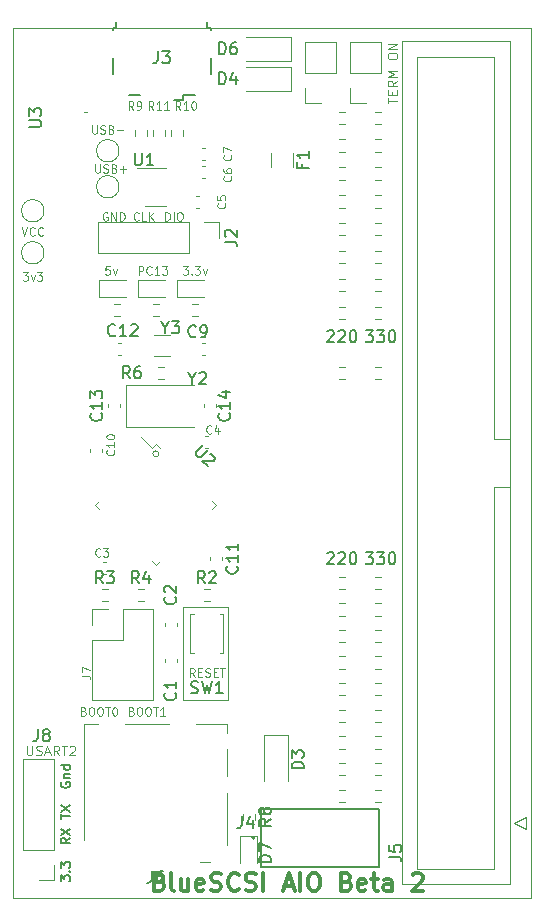
<source format=gbr>
%TF.GenerationSoftware,KiCad,Pcbnew,(5.1.9-16-g1737927814)-1*%
%TF.CreationDate,2021-05-19T17:32:56-05:00*%
%TF.ProjectId,bluepill_scsi,626c7565-7069-46c6-9c5f-736373692e6b,rev?*%
%TF.SameCoordinates,Original*%
%TF.FileFunction,Legend,Top*%
%TF.FilePolarity,Positive*%
%FSLAX46Y46*%
G04 Gerber Fmt 4.6, Leading zero omitted, Abs format (unit mm)*
G04 Created by KiCad (PCBNEW (5.1.9-16-g1737927814)-1) date 2021-05-19 17:32:56*
%MOMM*%
%LPD*%
G01*
G04 APERTURE LIST*
%ADD10C,0.120000*%
%ADD11C,0.100000*%
%ADD12C,0.150000*%
%TA.AperFunction,Profile*%
%ADD13C,0.050000*%
%TD*%
%ADD14C,0.300000*%
%ADD15C,0.127000*%
%ADD16C,0.200000*%
G04 APERTURE END LIST*
D10*
X83439000Y-111633000D02*
G75*
G03*
X83439000Y-111633000I-254000J0D01*
G01*
D11*
X77804333Y-83817666D02*
X77804333Y-84384333D01*
X77837666Y-84451000D01*
X77871000Y-84484333D01*
X77937666Y-84517666D01*
X78071000Y-84517666D01*
X78137666Y-84484333D01*
X78171000Y-84451000D01*
X78204333Y-84384333D01*
X78204333Y-83817666D01*
X78504333Y-84484333D02*
X78604333Y-84517666D01*
X78771000Y-84517666D01*
X78837666Y-84484333D01*
X78871000Y-84451000D01*
X78904333Y-84384333D01*
X78904333Y-84317666D01*
X78871000Y-84251000D01*
X78837666Y-84217666D01*
X78771000Y-84184333D01*
X78637666Y-84151000D01*
X78571000Y-84117666D01*
X78537666Y-84084333D01*
X78504333Y-84017666D01*
X78504333Y-83951000D01*
X78537666Y-83884333D01*
X78571000Y-83851000D01*
X78637666Y-83817666D01*
X78804333Y-83817666D01*
X78904333Y-83851000D01*
X79437666Y-84151000D02*
X79537666Y-84184333D01*
X79571000Y-84217666D01*
X79604333Y-84284333D01*
X79604333Y-84384333D01*
X79571000Y-84451000D01*
X79537666Y-84484333D01*
X79471000Y-84517666D01*
X79204333Y-84517666D01*
X79204333Y-83817666D01*
X79437666Y-83817666D01*
X79504333Y-83851000D01*
X79537666Y-83884333D01*
X79571000Y-83951000D01*
X79571000Y-84017666D01*
X79537666Y-84084333D01*
X79504333Y-84117666D01*
X79437666Y-84151000D01*
X79204333Y-84151000D01*
X79904333Y-84251000D02*
X80437666Y-84251000D01*
X78058333Y-87119666D02*
X78058333Y-87686333D01*
X78091666Y-87753000D01*
X78125000Y-87786333D01*
X78191666Y-87819666D01*
X78325000Y-87819666D01*
X78391666Y-87786333D01*
X78425000Y-87753000D01*
X78458333Y-87686333D01*
X78458333Y-87119666D01*
X78758333Y-87786333D02*
X78858333Y-87819666D01*
X79025000Y-87819666D01*
X79091666Y-87786333D01*
X79125000Y-87753000D01*
X79158333Y-87686333D01*
X79158333Y-87619666D01*
X79125000Y-87553000D01*
X79091666Y-87519666D01*
X79025000Y-87486333D01*
X78891666Y-87453000D01*
X78825000Y-87419666D01*
X78791666Y-87386333D01*
X78758333Y-87319666D01*
X78758333Y-87253000D01*
X78791666Y-87186333D01*
X78825000Y-87153000D01*
X78891666Y-87119666D01*
X79058333Y-87119666D01*
X79158333Y-87153000D01*
X79691666Y-87453000D02*
X79791666Y-87486333D01*
X79825000Y-87519666D01*
X79858333Y-87586333D01*
X79858333Y-87686333D01*
X79825000Y-87753000D01*
X79791666Y-87786333D01*
X79725000Y-87819666D01*
X79458333Y-87819666D01*
X79458333Y-87119666D01*
X79691666Y-87119666D01*
X79758333Y-87153000D01*
X79791666Y-87186333D01*
X79825000Y-87253000D01*
X79825000Y-87319666D01*
X79791666Y-87386333D01*
X79758333Y-87419666D01*
X79691666Y-87453000D01*
X79458333Y-87453000D01*
X80158333Y-87553000D02*
X80691666Y-87553000D01*
X80425000Y-87819666D02*
X80425000Y-87286333D01*
X71837666Y-92453666D02*
X72071000Y-93153666D01*
X72304333Y-92453666D01*
X72937666Y-93087000D02*
X72904333Y-93120333D01*
X72804333Y-93153666D01*
X72737666Y-93153666D01*
X72637666Y-93120333D01*
X72571000Y-93053666D01*
X72537666Y-92987000D01*
X72504333Y-92853666D01*
X72504333Y-92753666D01*
X72537666Y-92620333D01*
X72571000Y-92553666D01*
X72637666Y-92487000D01*
X72737666Y-92453666D01*
X72804333Y-92453666D01*
X72904333Y-92487000D01*
X72937666Y-92520333D01*
X73637666Y-93087000D02*
X73604333Y-93120333D01*
X73504333Y-93153666D01*
X73437666Y-93153666D01*
X73337666Y-93120333D01*
X73271000Y-93053666D01*
X73237666Y-92987000D01*
X73204333Y-92853666D01*
X73204333Y-92753666D01*
X73237666Y-92620333D01*
X73271000Y-92553666D01*
X73337666Y-92487000D01*
X73437666Y-92453666D01*
X73504333Y-92453666D01*
X73604333Y-92487000D01*
X73637666Y-92520333D01*
X71937666Y-96263666D02*
X72371000Y-96263666D01*
X72137666Y-96530333D01*
X72237666Y-96530333D01*
X72304333Y-96563666D01*
X72337666Y-96597000D01*
X72371000Y-96663666D01*
X72371000Y-96830333D01*
X72337666Y-96897000D01*
X72304333Y-96930333D01*
X72237666Y-96963666D01*
X72037666Y-96963666D01*
X71971000Y-96930333D01*
X71937666Y-96897000D01*
X72604333Y-96497000D02*
X72771000Y-96963666D01*
X72937666Y-96497000D01*
X73137666Y-96263666D02*
X73571000Y-96263666D01*
X73337666Y-96530333D01*
X73437666Y-96530333D01*
X73504333Y-96563666D01*
X73537666Y-96597000D01*
X73571000Y-96663666D01*
X73571000Y-96830333D01*
X73537666Y-96897000D01*
X73504333Y-96930333D01*
X73437666Y-96963666D01*
X73237666Y-96963666D01*
X73171000Y-96930333D01*
X73137666Y-96897000D01*
X77075666Y-133427000D02*
X77175666Y-133460333D01*
X77209000Y-133493666D01*
X77242333Y-133560333D01*
X77242333Y-133660333D01*
X77209000Y-133727000D01*
X77175666Y-133760333D01*
X77109000Y-133793666D01*
X76842333Y-133793666D01*
X76842333Y-133093666D01*
X77075666Y-133093666D01*
X77142333Y-133127000D01*
X77175666Y-133160333D01*
X77209000Y-133227000D01*
X77209000Y-133293666D01*
X77175666Y-133360333D01*
X77142333Y-133393666D01*
X77075666Y-133427000D01*
X76842333Y-133427000D01*
X77675666Y-133093666D02*
X77809000Y-133093666D01*
X77875666Y-133127000D01*
X77942333Y-133193666D01*
X77975666Y-133327000D01*
X77975666Y-133560333D01*
X77942333Y-133693666D01*
X77875666Y-133760333D01*
X77809000Y-133793666D01*
X77675666Y-133793666D01*
X77609000Y-133760333D01*
X77542333Y-133693666D01*
X77509000Y-133560333D01*
X77509000Y-133327000D01*
X77542333Y-133193666D01*
X77609000Y-133127000D01*
X77675666Y-133093666D01*
X78409000Y-133093666D02*
X78542333Y-133093666D01*
X78609000Y-133127000D01*
X78675666Y-133193666D01*
X78709000Y-133327000D01*
X78709000Y-133560333D01*
X78675666Y-133693666D01*
X78609000Y-133760333D01*
X78542333Y-133793666D01*
X78409000Y-133793666D01*
X78342333Y-133760333D01*
X78275666Y-133693666D01*
X78242333Y-133560333D01*
X78242333Y-133327000D01*
X78275666Y-133193666D01*
X78342333Y-133127000D01*
X78409000Y-133093666D01*
X78909000Y-133093666D02*
X79309000Y-133093666D01*
X79109000Y-133793666D02*
X79109000Y-133093666D01*
X79675666Y-133093666D02*
X79742333Y-133093666D01*
X79809000Y-133127000D01*
X79842333Y-133160333D01*
X79875666Y-133227000D01*
X79909000Y-133360333D01*
X79909000Y-133527000D01*
X79875666Y-133660333D01*
X79842333Y-133727000D01*
X79809000Y-133760333D01*
X79742333Y-133793666D01*
X79675666Y-133793666D01*
X79609000Y-133760333D01*
X79575666Y-133727000D01*
X79542333Y-133660333D01*
X79509000Y-133527000D01*
X79509000Y-133360333D01*
X79542333Y-133227000D01*
X79575666Y-133160333D01*
X79609000Y-133127000D01*
X79675666Y-133093666D01*
X81139666Y-133427000D02*
X81239666Y-133460333D01*
X81273000Y-133493666D01*
X81306333Y-133560333D01*
X81306333Y-133660333D01*
X81273000Y-133727000D01*
X81239666Y-133760333D01*
X81173000Y-133793666D01*
X80906333Y-133793666D01*
X80906333Y-133093666D01*
X81139666Y-133093666D01*
X81206333Y-133127000D01*
X81239666Y-133160333D01*
X81273000Y-133227000D01*
X81273000Y-133293666D01*
X81239666Y-133360333D01*
X81206333Y-133393666D01*
X81139666Y-133427000D01*
X80906333Y-133427000D01*
X81739666Y-133093666D02*
X81873000Y-133093666D01*
X81939666Y-133127000D01*
X82006333Y-133193666D01*
X82039666Y-133327000D01*
X82039666Y-133560333D01*
X82006333Y-133693666D01*
X81939666Y-133760333D01*
X81873000Y-133793666D01*
X81739666Y-133793666D01*
X81673000Y-133760333D01*
X81606333Y-133693666D01*
X81573000Y-133560333D01*
X81573000Y-133327000D01*
X81606333Y-133193666D01*
X81673000Y-133127000D01*
X81739666Y-133093666D01*
X82473000Y-133093666D02*
X82606333Y-133093666D01*
X82673000Y-133127000D01*
X82739666Y-133193666D01*
X82773000Y-133327000D01*
X82773000Y-133560333D01*
X82739666Y-133693666D01*
X82673000Y-133760333D01*
X82606333Y-133793666D01*
X82473000Y-133793666D01*
X82406333Y-133760333D01*
X82339666Y-133693666D01*
X82306333Y-133560333D01*
X82306333Y-133327000D01*
X82339666Y-133193666D01*
X82406333Y-133127000D01*
X82473000Y-133093666D01*
X82973000Y-133093666D02*
X83373000Y-133093666D01*
X83173000Y-133793666D02*
X83173000Y-133093666D01*
X83973000Y-133793666D02*
X83573000Y-133793666D01*
X83773000Y-133793666D02*
X83773000Y-133093666D01*
X83706333Y-133193666D01*
X83639666Y-133260333D01*
X83573000Y-133293666D01*
D10*
X85471000Y-132461000D02*
X89281000Y-132461000D01*
X85471000Y-132461000D02*
X85471000Y-124587000D01*
X89281000Y-124587000D02*
X89281000Y-132461000D01*
X85471000Y-124587000D02*
X89281000Y-124587000D01*
D11*
X86486333Y-130491666D02*
X86253000Y-130158333D01*
X86086333Y-130491666D02*
X86086333Y-129791666D01*
X86353000Y-129791666D01*
X86419666Y-129825000D01*
X86453000Y-129858333D01*
X86486333Y-129925000D01*
X86486333Y-130025000D01*
X86453000Y-130091666D01*
X86419666Y-130125000D01*
X86353000Y-130158333D01*
X86086333Y-130158333D01*
X86786333Y-130125000D02*
X87019666Y-130125000D01*
X87119666Y-130491666D02*
X86786333Y-130491666D01*
X86786333Y-129791666D01*
X87119666Y-129791666D01*
X87386333Y-130458333D02*
X87486333Y-130491666D01*
X87653000Y-130491666D01*
X87719666Y-130458333D01*
X87753000Y-130425000D01*
X87786333Y-130358333D01*
X87786333Y-130291666D01*
X87753000Y-130225000D01*
X87719666Y-130191666D01*
X87653000Y-130158333D01*
X87519666Y-130125000D01*
X87453000Y-130091666D01*
X87419666Y-130058333D01*
X87386333Y-129991666D01*
X87386333Y-129925000D01*
X87419666Y-129858333D01*
X87453000Y-129825000D01*
X87519666Y-129791666D01*
X87686333Y-129791666D01*
X87786333Y-129825000D01*
X88086333Y-130125000D02*
X88319666Y-130125000D01*
X88419666Y-130491666D02*
X88086333Y-130491666D01*
X88086333Y-129791666D01*
X88419666Y-129791666D01*
X88619666Y-129791666D02*
X89019666Y-129791666D01*
X88819666Y-130491666D02*
X88819666Y-129791666D01*
X79095666Y-91217000D02*
X79029000Y-91183666D01*
X78929000Y-91183666D01*
X78829000Y-91217000D01*
X78762333Y-91283666D01*
X78729000Y-91350333D01*
X78695666Y-91483666D01*
X78695666Y-91583666D01*
X78729000Y-91717000D01*
X78762333Y-91783666D01*
X78829000Y-91850333D01*
X78929000Y-91883666D01*
X78995666Y-91883666D01*
X79095666Y-91850333D01*
X79129000Y-91817000D01*
X79129000Y-91583666D01*
X78995666Y-91583666D01*
X79429000Y-91883666D02*
X79429000Y-91183666D01*
X79829000Y-91883666D01*
X79829000Y-91183666D01*
X80162333Y-91883666D02*
X80162333Y-91183666D01*
X80329000Y-91183666D01*
X80429000Y-91217000D01*
X80495666Y-91283666D01*
X80529000Y-91350333D01*
X80562333Y-91483666D01*
X80562333Y-91583666D01*
X80529000Y-91717000D01*
X80495666Y-91783666D01*
X80429000Y-91850333D01*
X80329000Y-91883666D01*
X80162333Y-91883666D01*
X83992333Y-91883666D02*
X83992333Y-91183666D01*
X84159000Y-91183666D01*
X84259000Y-91217000D01*
X84325666Y-91283666D01*
X84359000Y-91350333D01*
X84392333Y-91483666D01*
X84392333Y-91583666D01*
X84359000Y-91717000D01*
X84325666Y-91783666D01*
X84259000Y-91850333D01*
X84159000Y-91883666D01*
X83992333Y-91883666D01*
X84692333Y-91883666D02*
X84692333Y-91183666D01*
X85159000Y-91183666D02*
X85292333Y-91183666D01*
X85359000Y-91217000D01*
X85425666Y-91283666D01*
X85459000Y-91417000D01*
X85459000Y-91650333D01*
X85425666Y-91783666D01*
X85359000Y-91850333D01*
X85292333Y-91883666D01*
X85159000Y-91883666D01*
X85092333Y-91850333D01*
X85025666Y-91783666D01*
X84992333Y-91650333D01*
X84992333Y-91417000D01*
X85025666Y-91283666D01*
X85092333Y-91217000D01*
X85159000Y-91183666D01*
X81752333Y-91817000D02*
X81719000Y-91850333D01*
X81619000Y-91883666D01*
X81552333Y-91883666D01*
X81452333Y-91850333D01*
X81385666Y-91783666D01*
X81352333Y-91717000D01*
X81319000Y-91583666D01*
X81319000Y-91483666D01*
X81352333Y-91350333D01*
X81385666Y-91283666D01*
X81452333Y-91217000D01*
X81552333Y-91183666D01*
X81619000Y-91183666D01*
X81719000Y-91217000D01*
X81752333Y-91250333D01*
X82385666Y-91883666D02*
X82052333Y-91883666D01*
X82052333Y-91183666D01*
X82619000Y-91883666D02*
X82619000Y-91183666D01*
X83019000Y-91883666D02*
X82719000Y-91483666D01*
X83019000Y-91183666D02*
X82619000Y-91583666D01*
D12*
X97694904Y-101274619D02*
X97742523Y-101227000D01*
X97837761Y-101179380D01*
X98075857Y-101179380D01*
X98171095Y-101227000D01*
X98218714Y-101274619D01*
X98266333Y-101369857D01*
X98266333Y-101465095D01*
X98218714Y-101607952D01*
X97647285Y-102179380D01*
X98266333Y-102179380D01*
X98647285Y-101274619D02*
X98694904Y-101227000D01*
X98790142Y-101179380D01*
X99028238Y-101179380D01*
X99123476Y-101227000D01*
X99171095Y-101274619D01*
X99218714Y-101369857D01*
X99218714Y-101465095D01*
X99171095Y-101607952D01*
X98599666Y-102179380D01*
X99218714Y-102179380D01*
X99837761Y-101179380D02*
X99933000Y-101179380D01*
X100028238Y-101227000D01*
X100075857Y-101274619D01*
X100123476Y-101369857D01*
X100171095Y-101560333D01*
X100171095Y-101798428D01*
X100123476Y-101988904D01*
X100075857Y-102084142D01*
X100028238Y-102131761D01*
X99933000Y-102179380D01*
X99837761Y-102179380D01*
X99742523Y-102131761D01*
X99694904Y-102084142D01*
X99647285Y-101988904D01*
X99599666Y-101798428D01*
X99599666Y-101560333D01*
X99647285Y-101369857D01*
X99694904Y-101274619D01*
X99742523Y-101227000D01*
X99837761Y-101179380D01*
X100949285Y-101179380D02*
X101568333Y-101179380D01*
X101235000Y-101560333D01*
X101377857Y-101560333D01*
X101473095Y-101607952D01*
X101520714Y-101655571D01*
X101568333Y-101750809D01*
X101568333Y-101988904D01*
X101520714Y-102084142D01*
X101473095Y-102131761D01*
X101377857Y-102179380D01*
X101092142Y-102179380D01*
X100996904Y-102131761D01*
X100949285Y-102084142D01*
X101901666Y-101179380D02*
X102520714Y-101179380D01*
X102187380Y-101560333D01*
X102330238Y-101560333D01*
X102425476Y-101607952D01*
X102473095Y-101655571D01*
X102520714Y-101750809D01*
X102520714Y-101988904D01*
X102473095Y-102084142D01*
X102425476Y-102131761D01*
X102330238Y-102179380D01*
X102044523Y-102179380D01*
X101949285Y-102131761D01*
X101901666Y-102084142D01*
X103139761Y-101179380D02*
X103235000Y-101179380D01*
X103330238Y-101227000D01*
X103377857Y-101274619D01*
X103425476Y-101369857D01*
X103473095Y-101560333D01*
X103473095Y-101798428D01*
X103425476Y-101988904D01*
X103377857Y-102084142D01*
X103330238Y-102131761D01*
X103235000Y-102179380D01*
X103139761Y-102179380D01*
X103044523Y-102131761D01*
X102996904Y-102084142D01*
X102949285Y-101988904D01*
X102901666Y-101798428D01*
X102901666Y-101560333D01*
X102949285Y-101369857D01*
X102996904Y-101274619D01*
X103044523Y-101227000D01*
X103139761Y-101179380D01*
D11*
X81731000Y-96455666D02*
X81731000Y-95755666D01*
X81997666Y-95755666D01*
X82064333Y-95789000D01*
X82097666Y-95822333D01*
X82131000Y-95889000D01*
X82131000Y-95989000D01*
X82097666Y-96055666D01*
X82064333Y-96089000D01*
X81997666Y-96122333D01*
X81731000Y-96122333D01*
X82831000Y-96389000D02*
X82797666Y-96422333D01*
X82697666Y-96455666D01*
X82631000Y-96455666D01*
X82531000Y-96422333D01*
X82464333Y-96355666D01*
X82431000Y-96289000D01*
X82397666Y-96155666D01*
X82397666Y-96055666D01*
X82431000Y-95922333D01*
X82464333Y-95855666D01*
X82531000Y-95789000D01*
X82631000Y-95755666D01*
X82697666Y-95755666D01*
X82797666Y-95789000D01*
X82831000Y-95822333D01*
X83497666Y-96455666D02*
X83097666Y-96455666D01*
X83297666Y-96455666D02*
X83297666Y-95755666D01*
X83231000Y-95855666D01*
X83164333Y-95922333D01*
X83097666Y-95955666D01*
X83731000Y-95755666D02*
X84164333Y-95755666D01*
X83931000Y-96022333D01*
X84031000Y-96022333D01*
X84097666Y-96055666D01*
X84131000Y-96089000D01*
X84164333Y-96155666D01*
X84164333Y-96322333D01*
X84131000Y-96389000D01*
X84097666Y-96422333D01*
X84031000Y-96455666D01*
X83831000Y-96455666D01*
X83764333Y-96422333D01*
X83731000Y-96389000D01*
X85487000Y-95755666D02*
X85920333Y-95755666D01*
X85687000Y-96022333D01*
X85787000Y-96022333D01*
X85853666Y-96055666D01*
X85887000Y-96089000D01*
X85920333Y-96155666D01*
X85920333Y-96322333D01*
X85887000Y-96389000D01*
X85853666Y-96422333D01*
X85787000Y-96455666D01*
X85587000Y-96455666D01*
X85520333Y-96422333D01*
X85487000Y-96389000D01*
X86220333Y-96389000D02*
X86253666Y-96422333D01*
X86220333Y-96455666D01*
X86187000Y-96422333D01*
X86220333Y-96389000D01*
X86220333Y-96455666D01*
X86487000Y-95755666D02*
X86920333Y-95755666D01*
X86687000Y-96022333D01*
X86787000Y-96022333D01*
X86853666Y-96055666D01*
X86887000Y-96089000D01*
X86920333Y-96155666D01*
X86920333Y-96322333D01*
X86887000Y-96389000D01*
X86853666Y-96422333D01*
X86787000Y-96455666D01*
X86587000Y-96455666D01*
X86520333Y-96422333D01*
X86487000Y-96389000D01*
X87153666Y-95989000D02*
X87320333Y-96455666D01*
X87487000Y-95989000D01*
X79275000Y-95755666D02*
X78941666Y-95755666D01*
X78908333Y-96089000D01*
X78941666Y-96055666D01*
X79008333Y-96022333D01*
X79175000Y-96022333D01*
X79241666Y-96055666D01*
X79275000Y-96089000D01*
X79308333Y-96155666D01*
X79308333Y-96322333D01*
X79275000Y-96389000D01*
X79241666Y-96422333D01*
X79175000Y-96455666D01*
X79008333Y-96455666D01*
X78941666Y-96422333D01*
X78908333Y-96389000D01*
X79541666Y-95989000D02*
X79708333Y-96455666D01*
X79875000Y-95989000D01*
X72256904Y-136340904D02*
X72256904Y-136988523D01*
X72295000Y-137064714D01*
X72333095Y-137102809D01*
X72409285Y-137140904D01*
X72561666Y-137140904D01*
X72637857Y-137102809D01*
X72675952Y-137064714D01*
X72714047Y-136988523D01*
X72714047Y-136340904D01*
X73056904Y-137102809D02*
X73171190Y-137140904D01*
X73361666Y-137140904D01*
X73437857Y-137102809D01*
X73475952Y-137064714D01*
X73514047Y-136988523D01*
X73514047Y-136912333D01*
X73475952Y-136836142D01*
X73437857Y-136798047D01*
X73361666Y-136759952D01*
X73209285Y-136721857D01*
X73133095Y-136683761D01*
X73095000Y-136645666D01*
X73056904Y-136569476D01*
X73056904Y-136493285D01*
X73095000Y-136417095D01*
X73133095Y-136379000D01*
X73209285Y-136340904D01*
X73399761Y-136340904D01*
X73514047Y-136379000D01*
X73818809Y-136912333D02*
X74199761Y-136912333D01*
X73742619Y-137140904D02*
X74009285Y-136340904D01*
X74275952Y-137140904D01*
X74999761Y-137140904D02*
X74733095Y-136759952D01*
X74542619Y-137140904D02*
X74542619Y-136340904D01*
X74847380Y-136340904D01*
X74923571Y-136379000D01*
X74961666Y-136417095D01*
X74999761Y-136493285D01*
X74999761Y-136607571D01*
X74961666Y-136683761D01*
X74923571Y-136721857D01*
X74847380Y-136759952D01*
X74542619Y-136759952D01*
X75228333Y-136340904D02*
X75685476Y-136340904D01*
X75456904Y-137140904D02*
X75456904Y-136340904D01*
X75914047Y-136417095D02*
X75952142Y-136379000D01*
X76028333Y-136340904D01*
X76218809Y-136340904D01*
X76295000Y-136379000D01*
X76333095Y-136417095D01*
X76371190Y-136493285D01*
X76371190Y-136569476D01*
X76333095Y-136683761D01*
X75875952Y-137140904D01*
X76371190Y-137140904D01*
D10*
X77343000Y-82677000D02*
X77089000Y-82677000D01*
D13*
X71755000Y-149225000D02*
X71120000Y-149225000D01*
X71120000Y-147955000D02*
X71120000Y-149225000D01*
X114935000Y-149225000D02*
X71755000Y-149225000D01*
X114935000Y-147955000D02*
X114935000Y-149225000D01*
D12*
X75126904Y-147827380D02*
X75126904Y-147332142D01*
X75431666Y-147598809D01*
X75431666Y-147484523D01*
X75469761Y-147408333D01*
X75507857Y-147370238D01*
X75584047Y-147332142D01*
X75774523Y-147332142D01*
X75850714Y-147370238D01*
X75888809Y-147408333D01*
X75926904Y-147484523D01*
X75926904Y-147713095D01*
X75888809Y-147789285D01*
X75850714Y-147827380D01*
X75850714Y-146989285D02*
X75888809Y-146951190D01*
X75926904Y-146989285D01*
X75888809Y-147027380D01*
X75850714Y-146989285D01*
X75926904Y-146989285D01*
X75126904Y-146684523D02*
X75126904Y-146189285D01*
X75431666Y-146455952D01*
X75431666Y-146341666D01*
X75469761Y-146265476D01*
X75507857Y-146227380D01*
X75584047Y-146189285D01*
X75774523Y-146189285D01*
X75850714Y-146227380D01*
X75888809Y-146265476D01*
X75926904Y-146341666D01*
X75926904Y-146570238D01*
X75888809Y-146646428D01*
X75850714Y-146684523D01*
X75926904Y-144170238D02*
X75545952Y-144436904D01*
X75926904Y-144627380D02*
X75126904Y-144627380D01*
X75126904Y-144322619D01*
X75165000Y-144246428D01*
X75203095Y-144208333D01*
X75279285Y-144170238D01*
X75393571Y-144170238D01*
X75469761Y-144208333D01*
X75507857Y-144246428D01*
X75545952Y-144322619D01*
X75545952Y-144627380D01*
X75126904Y-143903571D02*
X75926904Y-143370238D01*
X75126904Y-143370238D02*
X75926904Y-143903571D01*
X75126904Y-142570238D02*
X75126904Y-142113095D01*
X75926904Y-142341666D02*
X75126904Y-142341666D01*
X75126904Y-141922619D02*
X75926904Y-141389285D01*
X75126904Y-141389285D02*
X75926904Y-141922619D01*
X75165000Y-139446428D02*
X75126904Y-139522619D01*
X75126904Y-139636904D01*
X75165000Y-139751190D01*
X75241190Y-139827380D01*
X75317380Y-139865476D01*
X75469761Y-139903571D01*
X75584047Y-139903571D01*
X75736428Y-139865476D01*
X75812619Y-139827380D01*
X75888809Y-139751190D01*
X75926904Y-139636904D01*
X75926904Y-139560714D01*
X75888809Y-139446428D01*
X75850714Y-139408333D01*
X75584047Y-139408333D01*
X75584047Y-139560714D01*
X75393571Y-139065476D02*
X75926904Y-139065476D01*
X75469761Y-139065476D02*
X75431666Y-139027380D01*
X75393571Y-138951190D01*
X75393571Y-138836904D01*
X75431666Y-138760714D01*
X75507857Y-138722619D01*
X75926904Y-138722619D01*
X75926904Y-137998809D02*
X75126904Y-137998809D01*
X75888809Y-137998809D02*
X75926904Y-138075000D01*
X75926904Y-138227380D01*
X75888809Y-138303571D01*
X75850714Y-138341666D01*
X75774523Y-138379761D01*
X75545952Y-138379761D01*
X75469761Y-138341666D01*
X75431666Y-138303571D01*
X75393571Y-138227380D01*
X75393571Y-138075000D01*
X75431666Y-137998809D01*
X100949285Y-119975380D02*
X101568333Y-119975380D01*
X101235000Y-120356333D01*
X101377857Y-120356333D01*
X101473095Y-120403952D01*
X101520714Y-120451571D01*
X101568333Y-120546809D01*
X101568333Y-120784904D01*
X101520714Y-120880142D01*
X101473095Y-120927761D01*
X101377857Y-120975380D01*
X101092142Y-120975380D01*
X100996904Y-120927761D01*
X100949285Y-120880142D01*
X101901666Y-119975380D02*
X102520714Y-119975380D01*
X102187380Y-120356333D01*
X102330238Y-120356333D01*
X102425476Y-120403952D01*
X102473095Y-120451571D01*
X102520714Y-120546809D01*
X102520714Y-120784904D01*
X102473095Y-120880142D01*
X102425476Y-120927761D01*
X102330238Y-120975380D01*
X102044523Y-120975380D01*
X101949285Y-120927761D01*
X101901666Y-120880142D01*
X103139761Y-119975380D02*
X103235000Y-119975380D01*
X103330238Y-120023000D01*
X103377857Y-120070619D01*
X103425476Y-120165857D01*
X103473095Y-120356333D01*
X103473095Y-120594428D01*
X103425476Y-120784904D01*
X103377857Y-120880142D01*
X103330238Y-120927761D01*
X103235000Y-120975380D01*
X103139761Y-120975380D01*
X103044523Y-120927761D01*
X102996904Y-120880142D01*
X102949285Y-120784904D01*
X102901666Y-120594428D01*
X102901666Y-120356333D01*
X102949285Y-120165857D01*
X102996904Y-120070619D01*
X103044523Y-120023000D01*
X103139761Y-119975380D01*
X97694904Y-120070619D02*
X97742523Y-120023000D01*
X97837761Y-119975380D01*
X98075857Y-119975380D01*
X98171095Y-120023000D01*
X98218714Y-120070619D01*
X98266333Y-120165857D01*
X98266333Y-120261095D01*
X98218714Y-120403952D01*
X97647285Y-120975380D01*
X98266333Y-120975380D01*
X98647285Y-120070619D02*
X98694904Y-120023000D01*
X98790142Y-119975380D01*
X99028238Y-119975380D01*
X99123476Y-120023000D01*
X99171095Y-120070619D01*
X99218714Y-120165857D01*
X99218714Y-120261095D01*
X99171095Y-120403952D01*
X98599666Y-120975380D01*
X99218714Y-120975380D01*
X99837761Y-119975380D02*
X99933000Y-119975380D01*
X100028238Y-120023000D01*
X100075857Y-120070619D01*
X100123476Y-120165857D01*
X100171095Y-120356333D01*
X100171095Y-120594428D01*
X100123476Y-120784904D01*
X100075857Y-120880142D01*
X100028238Y-120927761D01*
X99933000Y-120975380D01*
X99837761Y-120975380D01*
X99742523Y-120927761D01*
X99694904Y-120880142D01*
X99647285Y-120784904D01*
X99599666Y-120594428D01*
X99599666Y-120356333D01*
X99647285Y-120165857D01*
X99694904Y-120070619D01*
X99742523Y-120023000D01*
X99837761Y-119975380D01*
D11*
X102812904Y-81965476D02*
X102812904Y-81508333D01*
X103612904Y-81736904D02*
X102812904Y-81736904D01*
X103193857Y-81241666D02*
X103193857Y-80975000D01*
X103612904Y-80860714D02*
X103612904Y-81241666D01*
X102812904Y-81241666D01*
X102812904Y-80860714D01*
X103612904Y-80060714D02*
X103231952Y-80327380D01*
X103612904Y-80517857D02*
X102812904Y-80517857D01*
X102812904Y-80213095D01*
X102851000Y-80136904D01*
X102889095Y-80098809D01*
X102965285Y-80060714D01*
X103079571Y-80060714D01*
X103155761Y-80098809D01*
X103193857Y-80136904D01*
X103231952Y-80213095D01*
X103231952Y-80517857D01*
X103612904Y-79717857D02*
X102812904Y-79717857D01*
X103384333Y-79451190D01*
X102812904Y-79184523D01*
X103612904Y-79184523D01*
X102812904Y-78041666D02*
X102812904Y-77889285D01*
X102851000Y-77813095D01*
X102927190Y-77736904D01*
X103079571Y-77698809D01*
X103346238Y-77698809D01*
X103498619Y-77736904D01*
X103574809Y-77813095D01*
X103612904Y-77889285D01*
X103612904Y-78041666D01*
X103574809Y-78117857D01*
X103498619Y-78194047D01*
X103346238Y-78232142D01*
X103079571Y-78232142D01*
X102927190Y-78194047D01*
X102851000Y-78117857D01*
X102812904Y-78041666D01*
X103612904Y-77355952D02*
X102812904Y-77355952D01*
X103612904Y-76898809D01*
X102812904Y-76898809D01*
D13*
X114935000Y-75565000D02*
X71120000Y-75565000D01*
X114935000Y-147955000D02*
X114935000Y-75565000D01*
X71120000Y-147955000D02*
X71120000Y-75565000D01*
D14*
X83503857Y-147847857D02*
X83718142Y-147919285D01*
X83789571Y-147990714D01*
X83861000Y-148133571D01*
X83861000Y-148347857D01*
X83789571Y-148490714D01*
X83718142Y-148562142D01*
X83575285Y-148633571D01*
X83003857Y-148633571D01*
X83003857Y-147133571D01*
X83503857Y-147133571D01*
X83646714Y-147205000D01*
X83718142Y-147276428D01*
X83789571Y-147419285D01*
X83789571Y-147562142D01*
X83718142Y-147705000D01*
X83646714Y-147776428D01*
X83503857Y-147847857D01*
X83003857Y-147847857D01*
X84718142Y-148633571D02*
X84575285Y-148562142D01*
X84503857Y-148419285D01*
X84503857Y-147133571D01*
X85932428Y-147633571D02*
X85932428Y-148633571D01*
X85289571Y-147633571D02*
X85289571Y-148419285D01*
X85361000Y-148562142D01*
X85503857Y-148633571D01*
X85718142Y-148633571D01*
X85861000Y-148562142D01*
X85932428Y-148490714D01*
X87218142Y-148562142D02*
X87075285Y-148633571D01*
X86789571Y-148633571D01*
X86646714Y-148562142D01*
X86575285Y-148419285D01*
X86575285Y-147847857D01*
X86646714Y-147705000D01*
X86789571Y-147633571D01*
X87075285Y-147633571D01*
X87218142Y-147705000D01*
X87289571Y-147847857D01*
X87289571Y-147990714D01*
X86575285Y-148133571D01*
X87861000Y-148562142D02*
X88075285Y-148633571D01*
X88432428Y-148633571D01*
X88575285Y-148562142D01*
X88646714Y-148490714D01*
X88718142Y-148347857D01*
X88718142Y-148205000D01*
X88646714Y-148062142D01*
X88575285Y-147990714D01*
X88432428Y-147919285D01*
X88146714Y-147847857D01*
X88003857Y-147776428D01*
X87932428Y-147705000D01*
X87861000Y-147562142D01*
X87861000Y-147419285D01*
X87932428Y-147276428D01*
X88003857Y-147205000D01*
X88146714Y-147133571D01*
X88503857Y-147133571D01*
X88718142Y-147205000D01*
X90218142Y-148490714D02*
X90146714Y-148562142D01*
X89932428Y-148633571D01*
X89789571Y-148633571D01*
X89575285Y-148562142D01*
X89432428Y-148419285D01*
X89361000Y-148276428D01*
X89289571Y-147990714D01*
X89289571Y-147776428D01*
X89361000Y-147490714D01*
X89432428Y-147347857D01*
X89575285Y-147205000D01*
X89789571Y-147133571D01*
X89932428Y-147133571D01*
X90146714Y-147205000D01*
X90218142Y-147276428D01*
X90789571Y-148562142D02*
X91003857Y-148633571D01*
X91361000Y-148633571D01*
X91503857Y-148562142D01*
X91575285Y-148490714D01*
X91646714Y-148347857D01*
X91646714Y-148205000D01*
X91575285Y-148062142D01*
X91503857Y-147990714D01*
X91361000Y-147919285D01*
X91075285Y-147847857D01*
X90932428Y-147776428D01*
X90861000Y-147705000D01*
X90789571Y-147562142D01*
X90789571Y-147419285D01*
X90861000Y-147276428D01*
X90932428Y-147205000D01*
X91075285Y-147133571D01*
X91432428Y-147133571D01*
X91646714Y-147205000D01*
X92289571Y-148633571D02*
X92289571Y-147133571D01*
X94075285Y-148205000D02*
X94789571Y-148205000D01*
X93932428Y-148633571D02*
X94432428Y-147133571D01*
X94932428Y-148633571D01*
X95432428Y-148633571D02*
X95432428Y-147133571D01*
X96432428Y-147133571D02*
X96718142Y-147133571D01*
X96861000Y-147205000D01*
X97003857Y-147347857D01*
X97075285Y-147633571D01*
X97075285Y-148133571D01*
X97003857Y-148419285D01*
X96861000Y-148562142D01*
X96718142Y-148633571D01*
X96432428Y-148633571D01*
X96289571Y-148562142D01*
X96146714Y-148419285D01*
X96075285Y-148133571D01*
X96075285Y-147633571D01*
X96146714Y-147347857D01*
X96289571Y-147205000D01*
X96432428Y-147133571D01*
X99361000Y-147847857D02*
X99575285Y-147919285D01*
X99646714Y-147990714D01*
X99718142Y-148133571D01*
X99718142Y-148347857D01*
X99646714Y-148490714D01*
X99575285Y-148562142D01*
X99432428Y-148633571D01*
X98861000Y-148633571D01*
X98861000Y-147133571D01*
X99361000Y-147133571D01*
X99503857Y-147205000D01*
X99575285Y-147276428D01*
X99646714Y-147419285D01*
X99646714Y-147562142D01*
X99575285Y-147705000D01*
X99503857Y-147776428D01*
X99361000Y-147847857D01*
X98861000Y-147847857D01*
X100932428Y-148562142D02*
X100789571Y-148633571D01*
X100503857Y-148633571D01*
X100361000Y-148562142D01*
X100289571Y-148419285D01*
X100289571Y-147847857D01*
X100361000Y-147705000D01*
X100503857Y-147633571D01*
X100789571Y-147633571D01*
X100932428Y-147705000D01*
X101003857Y-147847857D01*
X101003857Y-147990714D01*
X100289571Y-148133571D01*
X101432428Y-147633571D02*
X102003857Y-147633571D01*
X101646714Y-147133571D02*
X101646714Y-148419285D01*
X101718142Y-148562142D01*
X101861000Y-148633571D01*
X102003857Y-148633571D01*
X103146714Y-148633571D02*
X103146714Y-147847857D01*
X103075285Y-147705000D01*
X102932428Y-147633571D01*
X102646714Y-147633571D01*
X102503857Y-147705000D01*
X103146714Y-148562142D02*
X103003857Y-148633571D01*
X102646714Y-148633571D01*
X102503857Y-148562142D01*
X102432428Y-148419285D01*
X102432428Y-148276428D01*
X102503857Y-148133571D01*
X102646714Y-148062142D01*
X103003857Y-148062142D01*
X103146714Y-147990714D01*
X104932428Y-147276428D02*
X105003857Y-147205000D01*
X105146714Y-147133571D01*
X105503857Y-147133571D01*
X105646714Y-147205000D01*
X105718142Y-147276428D01*
X105789571Y-147419285D01*
X105789571Y-147562142D01*
X105718142Y-147776428D01*
X104861000Y-148633571D01*
X105789571Y-148633571D01*
D10*
%TO.C,TP5*%
X73721000Y-91059000D02*
G75*
G03*
X73721000Y-91059000I-950000J0D01*
G01*
%TO.C,TP4*%
X73721000Y-94615000D02*
G75*
G03*
X73721000Y-94615000I-950000J0D01*
G01*
%TO.C,TP3*%
X80071000Y-85979000D02*
G75*
G03*
X80071000Y-85979000I-950000J0D01*
G01*
%TO.C,TP2*%
X80071000Y-89027000D02*
G75*
G03*
X80071000Y-89027000I-950000J0D01*
G01*
%TO.C,R8*%
X91581500Y-142129742D02*
X91581500Y-142604258D01*
X90536500Y-142129742D02*
X90536500Y-142604258D01*
%TO.C,D7*%
X91794000Y-146240500D02*
X91794000Y-143955500D01*
X91794000Y-143955500D02*
X90324000Y-143955500D01*
X90324000Y-143955500D02*
X90324000Y-146240500D01*
%TO.C,C33*%
X102218258Y-123077500D02*
X101743742Y-123077500D01*
X102218258Y-122032500D02*
X101743742Y-122032500D01*
%TO.C,J5*%
X114535000Y-142375000D02*
X113535000Y-142875000D01*
X114535000Y-143375000D02*
X114535000Y-142375000D01*
X113535000Y-142875000D02*
X114535000Y-143375000D01*
X111835000Y-110345000D02*
X113145000Y-110345000D01*
X111835000Y-110345000D02*
X111835000Y-110345000D01*
X111835000Y-78005000D02*
X111835000Y-110345000D01*
X105335000Y-78005000D02*
X111835000Y-78005000D01*
X105335000Y-146785000D02*
X105335000Y-78005000D01*
X111835000Y-146785000D02*
X105335000Y-146785000D01*
X111835000Y-114445000D02*
X111835000Y-146785000D01*
X113145000Y-114445000D02*
X111835000Y-114445000D01*
X113145000Y-76705000D02*
X113145000Y-148085000D01*
X104025000Y-76705000D02*
X113145000Y-76705000D01*
X104025000Y-148085000D02*
X104025000Y-76705000D01*
X113145000Y-148085000D02*
X104025000Y-148085000D01*
%TO.C,C49*%
X102218258Y-125331750D02*
X101743742Y-125331750D01*
X102218258Y-124286750D02*
X101743742Y-124286750D01*
%TO.C,C48*%
X98695742Y-124286750D02*
X99170258Y-124286750D01*
X98695742Y-125331750D02*
X99170258Y-125331750D01*
%TO.C,C47*%
X102218258Y-127586000D02*
X101743742Y-127586000D01*
X102218258Y-126541000D02*
X101743742Y-126541000D01*
%TO.C,C46*%
X98695742Y-126541000D02*
X99170258Y-126541000D01*
X98695742Y-127586000D02*
X99170258Y-127586000D01*
%TO.C,C45*%
X102218258Y-129840250D02*
X101743742Y-129840250D01*
X102218258Y-128795250D02*
X101743742Y-128795250D01*
%TO.C,C44*%
X98695742Y-128795250D02*
X99170258Y-128795250D01*
X98695742Y-129840250D02*
X99170258Y-129840250D01*
%TO.C,C43*%
X102218258Y-132094500D02*
X101743742Y-132094500D01*
X102218258Y-131049500D02*
X101743742Y-131049500D01*
%TO.C,C42*%
X98695742Y-131049500D02*
X99170258Y-131049500D01*
X98695742Y-132094500D02*
X99170258Y-132094500D01*
%TO.C,C41*%
X102218258Y-134348750D02*
X101743742Y-134348750D01*
X102218258Y-133303750D02*
X101743742Y-133303750D01*
%TO.C,C40*%
X98695742Y-133303750D02*
X99170258Y-133303750D01*
X98695742Y-134348750D02*
X99170258Y-134348750D01*
%TO.C,C39*%
X102218258Y-136603000D02*
X101743742Y-136603000D01*
X102218258Y-135558000D02*
X101743742Y-135558000D01*
%TO.C,C38*%
X98695742Y-135558000D02*
X99170258Y-135558000D01*
X98695742Y-136603000D02*
X99170258Y-136603000D01*
%TO.C,C37*%
X102218258Y-138857250D02*
X101743742Y-138857250D01*
X102218258Y-137812250D02*
X101743742Y-137812250D01*
%TO.C,C36*%
X98695742Y-137812250D02*
X99170258Y-137812250D01*
X98695742Y-138857250D02*
X99170258Y-138857250D01*
%TO.C,C35*%
X102218258Y-141111500D02*
X101743742Y-141111500D01*
X102218258Y-140066500D02*
X101743742Y-140066500D01*
%TO.C,C34*%
X98695742Y-140066500D02*
X99170258Y-140066500D01*
X98695742Y-141111500D02*
X99170258Y-141111500D01*
%TO.C,C32*%
X98695742Y-122032500D02*
X99170258Y-122032500D01*
X98695742Y-123077500D02*
X99170258Y-123077500D01*
%TO.C,C31*%
X102218258Y-105297500D02*
X101743742Y-105297500D01*
X102218258Y-104252500D02*
X101743742Y-104252500D01*
%TO.C,C30*%
X98695742Y-104252500D02*
X99170258Y-104252500D01*
X98695742Y-105297500D02*
X99170258Y-105297500D01*
%TO.C,C29*%
X102218258Y-97858926D02*
X101743742Y-97858926D01*
X102218258Y-96813926D02*
X101743742Y-96813926D01*
%TO.C,C28*%
X98695742Y-96813926D02*
X99170258Y-96813926D01*
X98695742Y-97858926D02*
X99170258Y-97858926D01*
%TO.C,C27*%
X102218258Y-95500355D02*
X101743742Y-95500355D01*
X102218258Y-94455355D02*
X101743742Y-94455355D01*
%TO.C,C26*%
X98695742Y-94455355D02*
X99170258Y-94455355D01*
X98695742Y-95500355D02*
X99170258Y-95500355D01*
%TO.C,C25*%
X102218258Y-90783213D02*
X101743742Y-90783213D01*
X102218258Y-89738213D02*
X101743742Y-89738213D01*
%TO.C,C24*%
X98695742Y-89738213D02*
X99170258Y-89738213D01*
X98695742Y-90783213D02*
X99170258Y-90783213D01*
%TO.C,C23*%
X102218258Y-100217500D02*
X101743742Y-100217500D01*
X102218258Y-99172500D02*
X101743742Y-99172500D01*
%TO.C,C22*%
X98695742Y-99172500D02*
X99170258Y-99172500D01*
X98695742Y-100217500D02*
X99170258Y-100217500D01*
%TO.C,C21*%
X102218258Y-93141784D02*
X101743742Y-93141784D01*
X102218258Y-92096784D02*
X101743742Y-92096784D01*
%TO.C,C20*%
X98695742Y-92096784D02*
X99170258Y-92096784D01*
X98695742Y-93141784D02*
X99170258Y-93141784D01*
%TO.C,C19*%
X102218258Y-88424642D02*
X101743742Y-88424642D01*
X102218258Y-87379642D02*
X101743742Y-87379642D01*
%TO.C,C18*%
X98695742Y-87379642D02*
X99170258Y-87379642D01*
X98695742Y-88424642D02*
X99170258Y-88424642D01*
%TO.C,C17*%
X102218258Y-86066071D02*
X101743742Y-86066071D01*
X102218258Y-85021071D02*
X101743742Y-85021071D01*
%TO.C,C16*%
X98695742Y-85021071D02*
X99170258Y-85021071D01*
X98695742Y-86066071D02*
X99170258Y-86066071D01*
%TO.C,C15*%
X102218258Y-83707500D02*
X101743742Y-83707500D01*
X102218258Y-82662500D02*
X101743742Y-82662500D01*
%TO.C,C8*%
X98695742Y-82662500D02*
X99170258Y-82662500D01*
X98695742Y-83707500D02*
X99170258Y-83707500D01*
%TO.C,C6*%
X87108420Y-88267000D02*
X87389580Y-88267000D01*
X87108420Y-87247000D02*
X87389580Y-87247000D01*
%TO.C,F1*%
X94763000Y-86138936D02*
X94763000Y-87343064D01*
X92943000Y-86138936D02*
X92943000Y-87343064D01*
%TO.C,D6*%
X94659000Y-78343000D02*
X94659000Y-76343000D01*
X94659000Y-76343000D02*
X90809000Y-76343000D01*
X94659000Y-78343000D02*
X90809000Y-78343000D01*
%TO.C,D4*%
X94659000Y-80883000D02*
X94659000Y-78883000D01*
X94659000Y-78883000D02*
X90809000Y-78883000D01*
X94659000Y-80883000D02*
X90809000Y-80883000D01*
%TO.C,D3*%
X94345000Y-135465000D02*
X92345000Y-135465000D01*
X92345000Y-135465000D02*
X92345000Y-139315000D01*
X94345000Y-135465000D02*
X94345000Y-139315000D01*
%TO.C,C7*%
X87108420Y-86743000D02*
X87389580Y-86743000D01*
X87108420Y-85723000D02*
X87389580Y-85723000D01*
%TO.C,C5*%
X86600420Y-90807000D02*
X86881580Y-90807000D01*
X86600420Y-89787000D02*
X86881580Y-89787000D01*
%TO.C,J8*%
X74609000Y-137481000D02*
X71949000Y-137481000D01*
X74609000Y-145161000D02*
X74609000Y-137481000D01*
X71949000Y-145161000D02*
X71949000Y-137481000D01*
X74609000Y-145161000D02*
X71949000Y-145161000D01*
X74609000Y-146431000D02*
X74609000Y-147761000D01*
X74609000Y-147761000D02*
X73279000Y-147761000D01*
%TO.C,J6*%
X87775000Y-146155000D02*
X86915000Y-146155000D01*
X77075000Y-134515000D02*
X77075000Y-144335000D01*
X78305000Y-134515000D02*
X77075000Y-134515000D01*
X84275000Y-134515000D02*
X80605000Y-134515000D01*
X89255000Y-134515000D02*
X86575000Y-134515000D01*
X89255000Y-135235000D02*
X89255000Y-134515000D01*
X89255000Y-138935000D02*
X89255000Y-136635000D01*
X89255000Y-144785000D02*
X89255000Y-140335000D01*
%TO.C,SW1*%
X88603000Y-128523000D02*
X88903000Y-128523000D01*
X88903000Y-128523000D02*
X88903000Y-125223000D01*
X88903000Y-125223000D02*
X88603000Y-125223000D01*
X86403000Y-128523000D02*
X86103000Y-128523000D01*
X86103000Y-128523000D02*
X86103000Y-125223000D01*
X86103000Y-125223000D02*
X86403000Y-125223000D01*
%TO.C,Y2*%
X80643000Y-109369000D02*
X86393000Y-109369000D01*
X80643000Y-105769000D02*
X80643000Y-109369000D01*
X86393000Y-105769000D02*
X80643000Y-105769000D01*
%TO.C,Y3*%
X83018000Y-101614000D02*
X84368000Y-101614000D01*
X83018000Y-103364000D02*
X84368000Y-103364000D01*
%TO.C,U2*%
X82866802Y-111163887D02*
X81954634Y-110251719D01*
X83185000Y-110845689D02*
X82866802Y-111163887D01*
X83503198Y-111163887D02*
X83185000Y-110845689D01*
X88290311Y-115951000D02*
X87972113Y-116269198D01*
X87972113Y-115632802D02*
X88290311Y-115951000D01*
X78079689Y-115951000D02*
X78397887Y-115632802D01*
X78397887Y-116269198D02*
X78079689Y-115951000D01*
X83185000Y-121056311D02*
X83503198Y-120738113D01*
X82866802Y-120738113D02*
X83185000Y-121056311D01*
%TO.C,U1*%
X84085000Y-87417000D02*
X81635000Y-87417000D01*
X82285000Y-90637000D02*
X84085000Y-90637000D01*
%TO.C,R4*%
X81677742Y-124093500D02*
X82152258Y-124093500D01*
X81677742Y-123048500D02*
X82152258Y-123048500D01*
%TO.C,R3*%
X78629742Y-124093500D02*
X79104258Y-124093500D01*
X78629742Y-123048500D02*
X79104258Y-123048500D01*
%TO.C,R10*%
X84440500Y-84217742D02*
X84440500Y-84692258D01*
X85485500Y-84217742D02*
X85485500Y-84692258D01*
%TO.C,R6*%
X83392742Y-105297500D02*
X83867258Y-105297500D01*
X83392742Y-104252500D02*
X83867258Y-104252500D01*
%TO.C,R5*%
X82947742Y-99963500D02*
X83422258Y-99963500D01*
X82947742Y-98918500D02*
X83422258Y-98918500D01*
%TO.C,R11*%
X82916500Y-84217742D02*
X82916500Y-84692258D01*
X83961500Y-84217742D02*
X83961500Y-84692258D01*
%TO.C,R9*%
X82437500Y-84692258D02*
X82437500Y-84217742D01*
X81392500Y-84692258D02*
X81392500Y-84217742D01*
%TO.C,R7*%
X79645742Y-99963500D02*
X80120258Y-99963500D01*
X79645742Y-98918500D02*
X80120258Y-98918500D01*
%TO.C,R1*%
X86249742Y-99963500D02*
X86724258Y-99963500D01*
X86249742Y-98918500D02*
X86724258Y-98918500D01*
%TO.C,R2*%
X87265742Y-124093500D02*
X87740258Y-124093500D01*
X87265742Y-123048500D02*
X87740258Y-123048500D01*
%TO.C,J7*%
X77791000Y-124781000D02*
X79121000Y-124781000D01*
X77791000Y-126111000D02*
X77791000Y-124781000D01*
X80391000Y-124781000D02*
X82991000Y-124781000D01*
X80391000Y-127381000D02*
X80391000Y-124781000D01*
X77791000Y-127381000D02*
X80391000Y-127381000D01*
X82991000Y-124781000D02*
X82991000Y-132521000D01*
X77791000Y-127381000D02*
X77791000Y-132521000D01*
X77791000Y-132521000D02*
X82991000Y-132521000D01*
%TO.C,J2*%
X88579000Y-92015000D02*
X88579000Y-93345000D01*
X87249000Y-92015000D02*
X88579000Y-92015000D01*
X85979000Y-92015000D02*
X85979000Y-94675000D01*
X85979000Y-94675000D02*
X78299000Y-94675000D01*
X85979000Y-92015000D02*
X78299000Y-92015000D01*
X78299000Y-92015000D02*
X78299000Y-94675000D01*
D12*
%TO.C,J3*%
X81893000Y-81267000D02*
X80893000Y-81267000D01*
X85493000Y-81267000D02*
X86493000Y-81267000D01*
X85493000Y-81692000D02*
X85493000Y-81267000D01*
X84768000Y-81692000D02*
X85493000Y-81692000D01*
X79543000Y-78117000D02*
X79543000Y-79517000D01*
X79543000Y-75567000D02*
X79543000Y-75717000D01*
X79843000Y-75567000D02*
X79543000Y-75567000D01*
X79843000Y-75117000D02*
X79843000Y-75567000D01*
X87543000Y-75567000D02*
X87543000Y-75117000D01*
X87843000Y-75567000D02*
X87543000Y-75567000D01*
X87843000Y-75717000D02*
X87843000Y-75567000D01*
X87843000Y-79517000D02*
X87843000Y-78117000D01*
D10*
%TO.C,D2*%
X81700000Y-98398000D02*
X83985000Y-98398000D01*
X81700000Y-96928000D02*
X81700000Y-98398000D01*
X83985000Y-96928000D02*
X81700000Y-96928000D01*
%TO.C,D5*%
X78398000Y-98398000D02*
X80683000Y-98398000D01*
X78398000Y-96928000D02*
X78398000Y-98398000D01*
X80683000Y-96928000D02*
X78398000Y-96928000D01*
%TO.C,D1*%
X85002000Y-98398000D02*
X87287000Y-98398000D01*
X85002000Y-96928000D02*
X85002000Y-98398000D01*
X87287000Y-96928000D02*
X85002000Y-96928000D01*
%TO.C,C1*%
X83945000Y-129018420D02*
X83945000Y-129299580D01*
X84965000Y-129018420D02*
X84965000Y-129299580D01*
%TO.C,C4*%
X87349420Y-111127000D02*
X87630580Y-111127000D01*
X87349420Y-110107000D02*
X87630580Y-110107000D01*
%TO.C,C3*%
X79007580Y-120775000D02*
X78726420Y-120775000D01*
X79007580Y-121795000D02*
X78726420Y-121795000D01*
%TO.C,C11*%
X87755000Y-120369420D02*
X87755000Y-120650580D01*
X88775000Y-120369420D02*
X88775000Y-120650580D01*
%TO.C,C10*%
X78615000Y-111519580D02*
X78615000Y-111238420D01*
X77595000Y-111519580D02*
X77595000Y-111238420D01*
%TO.C,C14*%
X88267000Y-107696580D02*
X88267000Y-107415420D01*
X87247000Y-107696580D02*
X87247000Y-107415420D01*
%TO.C,C13*%
X80139000Y-107709580D02*
X80139000Y-107428420D01*
X79119000Y-107709580D02*
X79119000Y-107428420D01*
%TO.C,C2*%
X83945000Y-125970420D02*
X83945000Y-126251580D01*
X84965000Y-125970420D02*
X84965000Y-126251580D01*
%TO.C,C12*%
X80277580Y-102233000D02*
X79996420Y-102233000D01*
X80277580Y-103253000D02*
X79996420Y-103253000D01*
%TO.C,C9*%
X87108420Y-103253000D02*
X87389580Y-103253000D01*
X87108420Y-102233000D02*
X87389580Y-102233000D01*
%TO.C,JP1*%
X102295000Y-79375000D02*
X99635000Y-79375000D01*
X102295000Y-79375000D02*
X102295000Y-76775000D01*
X102295000Y-76775000D02*
X99635000Y-76775000D01*
X99635000Y-79375000D02*
X99635000Y-76775000D01*
X99635000Y-81975000D02*
X99635000Y-80645000D01*
X100965000Y-81975000D02*
X99635000Y-81975000D01*
%TO.C,JP2*%
X97155000Y-81975000D02*
X95825000Y-81975000D01*
X95825000Y-81975000D02*
X95825000Y-80645000D01*
X95825000Y-79375000D02*
X95825000Y-76775000D01*
X98485000Y-76775000D02*
X95825000Y-76775000D01*
X98485000Y-79375000D02*
X98485000Y-76775000D01*
X98485000Y-79375000D02*
X95825000Y-79375000D01*
D15*
%TO.C,J4*%
X92095000Y-146645000D02*
X92095000Y-141745000D01*
X102095000Y-141745000D02*
X102095000Y-146645000D01*
X102095000Y-141745000D02*
X92095000Y-141745000D01*
X102095000Y-146645000D02*
X92095000Y-146645000D01*
D16*
X91545000Y-144145000D02*
G75*
G03*
X91545000Y-144145000I-100000J0D01*
G01*
%TD*%
%TO.C,R8*%
D12*
X92941380Y-142533666D02*
X92465190Y-142867000D01*
X92941380Y-143105095D02*
X91941380Y-143105095D01*
X91941380Y-142724142D01*
X91989000Y-142628904D01*
X92036619Y-142581285D01*
X92131857Y-142533666D01*
X92274714Y-142533666D01*
X92369952Y-142581285D01*
X92417571Y-142628904D01*
X92465190Y-142724142D01*
X92465190Y-143105095D01*
X92369952Y-141962238D02*
X92322333Y-142057476D01*
X92274714Y-142105095D01*
X92179476Y-142152714D01*
X92131857Y-142152714D01*
X92036619Y-142105095D01*
X91989000Y-142057476D01*
X91941380Y-141962238D01*
X91941380Y-141771761D01*
X91989000Y-141676523D01*
X92036619Y-141628904D01*
X92131857Y-141581285D01*
X92179476Y-141581285D01*
X92274714Y-141628904D01*
X92322333Y-141676523D01*
X92369952Y-141771761D01*
X92369952Y-141962238D01*
X92417571Y-142057476D01*
X92465190Y-142105095D01*
X92560428Y-142152714D01*
X92750904Y-142152714D01*
X92846142Y-142105095D01*
X92893761Y-142057476D01*
X92941380Y-141962238D01*
X92941380Y-141771761D01*
X92893761Y-141676523D01*
X92846142Y-141628904D01*
X92750904Y-141581285D01*
X92560428Y-141581285D01*
X92465190Y-141628904D01*
X92417571Y-141676523D01*
X92369952Y-141771761D01*
%TO.C,D7*%
X92941380Y-146178595D02*
X91941380Y-146178595D01*
X91941380Y-145940500D01*
X91989000Y-145797642D01*
X92084238Y-145702404D01*
X92179476Y-145654785D01*
X92369952Y-145607166D01*
X92512809Y-145607166D01*
X92703285Y-145654785D01*
X92798523Y-145702404D01*
X92893761Y-145797642D01*
X92941380Y-145940500D01*
X92941380Y-146178595D01*
X91941380Y-145273833D02*
X91941380Y-144607166D01*
X92941380Y-145035738D01*
%TO.C,J5*%
X102957380Y-145748333D02*
X103671666Y-145748333D01*
X103814523Y-145795952D01*
X103909761Y-145891190D01*
X103957380Y-146034047D01*
X103957380Y-146129285D01*
X102957380Y-144795952D02*
X102957380Y-145272142D01*
X103433571Y-145319761D01*
X103385952Y-145272142D01*
X103338333Y-145176904D01*
X103338333Y-144938809D01*
X103385952Y-144843571D01*
X103433571Y-144795952D01*
X103528809Y-144748333D01*
X103766904Y-144748333D01*
X103862142Y-144795952D01*
X103909761Y-144843571D01*
X103957380Y-144938809D01*
X103957380Y-145176904D01*
X103909761Y-145272142D01*
X103862142Y-145319761D01*
%TO.C,C6*%
D11*
X89531000Y-88127666D02*
X89564333Y-88161000D01*
X89597666Y-88261000D01*
X89597666Y-88327666D01*
X89564333Y-88427666D01*
X89497666Y-88494333D01*
X89431000Y-88527666D01*
X89297666Y-88561000D01*
X89197666Y-88561000D01*
X89064333Y-88527666D01*
X88997666Y-88494333D01*
X88931000Y-88427666D01*
X88897666Y-88327666D01*
X88897666Y-88261000D01*
X88931000Y-88161000D01*
X88964333Y-88127666D01*
X88897666Y-87527666D02*
X88897666Y-87661000D01*
X88931000Y-87727666D01*
X88964333Y-87761000D01*
X89064333Y-87827666D01*
X89197666Y-87861000D01*
X89464333Y-87861000D01*
X89531000Y-87827666D01*
X89564333Y-87794333D01*
X89597666Y-87727666D01*
X89597666Y-87594333D01*
X89564333Y-87527666D01*
X89531000Y-87494333D01*
X89464333Y-87461000D01*
X89297666Y-87461000D01*
X89231000Y-87494333D01*
X89197666Y-87527666D01*
X89164333Y-87594333D01*
X89164333Y-87727666D01*
X89197666Y-87794333D01*
X89231000Y-87827666D01*
X89297666Y-87861000D01*
%TO.C,F1*%
D12*
X95601571Y-87074333D02*
X95601571Y-87407666D01*
X96125380Y-87407666D02*
X95125380Y-87407666D01*
X95125380Y-86931476D01*
X96125380Y-86026714D02*
X96125380Y-86598142D01*
X96125380Y-86312428D02*
X95125380Y-86312428D01*
X95268238Y-86407666D01*
X95363476Y-86502904D01*
X95411095Y-86598142D01*
%TO.C,D6*%
X88542904Y-77795380D02*
X88542904Y-76795380D01*
X88781000Y-76795380D01*
X88923857Y-76843000D01*
X89019095Y-76938238D01*
X89066714Y-77033476D01*
X89114333Y-77223952D01*
X89114333Y-77366809D01*
X89066714Y-77557285D01*
X89019095Y-77652523D01*
X88923857Y-77747761D01*
X88781000Y-77795380D01*
X88542904Y-77795380D01*
X89971476Y-76795380D02*
X89781000Y-76795380D01*
X89685761Y-76843000D01*
X89638142Y-76890619D01*
X89542904Y-77033476D01*
X89495285Y-77223952D01*
X89495285Y-77604904D01*
X89542904Y-77700142D01*
X89590523Y-77747761D01*
X89685761Y-77795380D01*
X89876238Y-77795380D01*
X89971476Y-77747761D01*
X90019095Y-77700142D01*
X90066714Y-77604904D01*
X90066714Y-77366809D01*
X90019095Y-77271571D01*
X89971476Y-77223952D01*
X89876238Y-77176333D01*
X89685761Y-77176333D01*
X89590523Y-77223952D01*
X89542904Y-77271571D01*
X89495285Y-77366809D01*
%TO.C,D4*%
X88542904Y-80335380D02*
X88542904Y-79335380D01*
X88781000Y-79335380D01*
X88923857Y-79383000D01*
X89019095Y-79478238D01*
X89066714Y-79573476D01*
X89114333Y-79763952D01*
X89114333Y-79906809D01*
X89066714Y-80097285D01*
X89019095Y-80192523D01*
X88923857Y-80287761D01*
X88781000Y-80335380D01*
X88542904Y-80335380D01*
X89971476Y-79668714D02*
X89971476Y-80335380D01*
X89733380Y-79287761D02*
X89495285Y-80002047D01*
X90114333Y-80002047D01*
%TO.C,D3*%
X95702380Y-138276095D02*
X94702380Y-138276095D01*
X94702380Y-138038000D01*
X94750000Y-137895142D01*
X94845238Y-137799904D01*
X94940476Y-137752285D01*
X95130952Y-137704666D01*
X95273809Y-137704666D01*
X95464285Y-137752285D01*
X95559523Y-137799904D01*
X95654761Y-137895142D01*
X95702380Y-138038000D01*
X95702380Y-138276095D01*
X94702380Y-137371333D02*
X94702380Y-136752285D01*
X95083333Y-137085619D01*
X95083333Y-136942761D01*
X95130952Y-136847523D01*
X95178571Y-136799904D01*
X95273809Y-136752285D01*
X95511904Y-136752285D01*
X95607142Y-136799904D01*
X95654761Y-136847523D01*
X95702380Y-136942761D01*
X95702380Y-137228476D01*
X95654761Y-137323714D01*
X95607142Y-137371333D01*
%TO.C,C7*%
D11*
X89531000Y-86349666D02*
X89564333Y-86383000D01*
X89597666Y-86483000D01*
X89597666Y-86549666D01*
X89564333Y-86649666D01*
X89497666Y-86716333D01*
X89431000Y-86749666D01*
X89297666Y-86783000D01*
X89197666Y-86783000D01*
X89064333Y-86749666D01*
X88997666Y-86716333D01*
X88931000Y-86649666D01*
X88897666Y-86549666D01*
X88897666Y-86483000D01*
X88931000Y-86383000D01*
X88964333Y-86349666D01*
X88897666Y-86116333D02*
X88897666Y-85649666D01*
X89597666Y-85949666D01*
%TO.C,C5*%
X89023000Y-90413666D02*
X89056333Y-90447000D01*
X89089666Y-90547000D01*
X89089666Y-90613666D01*
X89056333Y-90713666D01*
X88989666Y-90780333D01*
X88923000Y-90813666D01*
X88789666Y-90847000D01*
X88689666Y-90847000D01*
X88556333Y-90813666D01*
X88489666Y-90780333D01*
X88423000Y-90713666D01*
X88389666Y-90613666D01*
X88389666Y-90547000D01*
X88423000Y-90447000D01*
X88456333Y-90413666D01*
X88389666Y-89780333D02*
X88389666Y-90113666D01*
X88723000Y-90147000D01*
X88689666Y-90113666D01*
X88656333Y-90047000D01*
X88656333Y-89880333D01*
X88689666Y-89813666D01*
X88723000Y-89780333D01*
X88789666Y-89747000D01*
X88956333Y-89747000D01*
X89023000Y-89780333D01*
X89056333Y-89813666D01*
X89089666Y-89880333D01*
X89089666Y-90047000D01*
X89056333Y-90113666D01*
X89023000Y-90147000D01*
%TO.C,J8*%
D12*
X73199666Y-134961380D02*
X73199666Y-135675666D01*
X73152047Y-135818523D01*
X73056809Y-135913761D01*
X72913952Y-135961380D01*
X72818714Y-135961380D01*
X73818714Y-135389952D02*
X73723476Y-135342333D01*
X73675857Y-135294714D01*
X73628238Y-135199476D01*
X73628238Y-135151857D01*
X73675857Y-135056619D01*
X73723476Y-135009000D01*
X73818714Y-134961380D01*
X74009190Y-134961380D01*
X74104428Y-135009000D01*
X74152047Y-135056619D01*
X74199666Y-135151857D01*
X74199666Y-135199476D01*
X74152047Y-135294714D01*
X74104428Y-135342333D01*
X74009190Y-135389952D01*
X73818714Y-135389952D01*
X73723476Y-135437571D01*
X73675857Y-135485190D01*
X73628238Y-135580428D01*
X73628238Y-135770904D01*
X73675857Y-135866142D01*
X73723476Y-135913761D01*
X73818714Y-135961380D01*
X74009190Y-135961380D01*
X74104428Y-135913761D01*
X74152047Y-135866142D01*
X74199666Y-135770904D01*
X74199666Y-135580428D01*
X74152047Y-135485190D01*
X74104428Y-135437571D01*
X74009190Y-135389952D01*
%TO.C,J6*%
X82851666Y-146967380D02*
X82851666Y-147681666D01*
X82804047Y-147824523D01*
X82708809Y-147919761D01*
X82565952Y-147967380D01*
X82470714Y-147967380D01*
X83756428Y-146967380D02*
X83565952Y-146967380D01*
X83470714Y-147015000D01*
X83423095Y-147062619D01*
X83327857Y-147205476D01*
X83280238Y-147395952D01*
X83280238Y-147776904D01*
X83327857Y-147872142D01*
X83375476Y-147919761D01*
X83470714Y-147967380D01*
X83661190Y-147967380D01*
X83756428Y-147919761D01*
X83804047Y-147872142D01*
X83851666Y-147776904D01*
X83851666Y-147538809D01*
X83804047Y-147443571D01*
X83756428Y-147395952D01*
X83661190Y-147348333D01*
X83470714Y-147348333D01*
X83375476Y-147395952D01*
X83327857Y-147443571D01*
X83280238Y-147538809D01*
%TO.C,SW1*%
X86169666Y-131849761D02*
X86312523Y-131897380D01*
X86550619Y-131897380D01*
X86645857Y-131849761D01*
X86693476Y-131802142D01*
X86741095Y-131706904D01*
X86741095Y-131611666D01*
X86693476Y-131516428D01*
X86645857Y-131468809D01*
X86550619Y-131421190D01*
X86360142Y-131373571D01*
X86264904Y-131325952D01*
X86217285Y-131278333D01*
X86169666Y-131183095D01*
X86169666Y-131087857D01*
X86217285Y-130992619D01*
X86264904Y-130945000D01*
X86360142Y-130897380D01*
X86598238Y-130897380D01*
X86741095Y-130945000D01*
X87074428Y-130897380D02*
X87312523Y-131897380D01*
X87503000Y-131183095D01*
X87693476Y-131897380D01*
X87931571Y-130897380D01*
X88836333Y-131897380D02*
X88264904Y-131897380D01*
X88550619Y-131897380D02*
X88550619Y-130897380D01*
X88455380Y-131040238D01*
X88360142Y-131135476D01*
X88264904Y-131183095D01*
%TO.C,Y2*%
X86264809Y-105259190D02*
X86264809Y-105735380D01*
X85931476Y-104735380D02*
X86264809Y-105259190D01*
X86598142Y-104735380D01*
X86883857Y-104830619D02*
X86931476Y-104783000D01*
X87026714Y-104735380D01*
X87264809Y-104735380D01*
X87360047Y-104783000D01*
X87407666Y-104830619D01*
X87455285Y-104925857D01*
X87455285Y-105021095D01*
X87407666Y-105163952D01*
X86836238Y-105735380D01*
X87455285Y-105735380D01*
%TO.C,Y3*%
X83978809Y-100941190D02*
X83978809Y-101417380D01*
X83645476Y-100417380D02*
X83978809Y-100941190D01*
X84312142Y-100417380D01*
X84550238Y-100417380D02*
X85169285Y-100417380D01*
X84835952Y-100798333D01*
X84978809Y-100798333D01*
X85074047Y-100845952D01*
X85121666Y-100893571D01*
X85169285Y-100988809D01*
X85169285Y-101226904D01*
X85121666Y-101322142D01*
X85074047Y-101369761D01*
X84978809Y-101417380D01*
X84693095Y-101417380D01*
X84597857Y-101369761D01*
X84550238Y-101322142D01*
%TO.C,U2*%
X87170052Y-110888451D02*
X86597632Y-111460871D01*
X86563960Y-111561886D01*
X86563960Y-111629230D01*
X86597632Y-111730245D01*
X86732319Y-111864932D01*
X86833334Y-111898604D01*
X86900678Y-111898604D01*
X87001693Y-111864932D01*
X87574113Y-111292512D01*
X87809815Y-111662902D02*
X87877158Y-111662902D01*
X87978174Y-111696573D01*
X88146532Y-111864932D01*
X88180204Y-111965947D01*
X88180204Y-112033291D01*
X88146532Y-112134306D01*
X88079189Y-112201650D01*
X87944502Y-112268993D01*
X87136380Y-112268993D01*
X87574113Y-112706726D01*
%TO.C,U1*%
X81407095Y-86193380D02*
X81407095Y-87002904D01*
X81454714Y-87098142D01*
X81502333Y-87145761D01*
X81597571Y-87193380D01*
X81788047Y-87193380D01*
X81883285Y-87145761D01*
X81930904Y-87098142D01*
X81978523Y-87002904D01*
X81978523Y-86193380D01*
X82978523Y-87193380D02*
X82407095Y-87193380D01*
X82692809Y-87193380D02*
X82692809Y-86193380D01*
X82597571Y-86336238D01*
X82502333Y-86431476D01*
X82407095Y-86479095D01*
%TO.C,R4*%
X81748333Y-122593380D02*
X81415000Y-122117190D01*
X81176904Y-122593380D02*
X81176904Y-121593380D01*
X81557857Y-121593380D01*
X81653095Y-121641000D01*
X81700714Y-121688619D01*
X81748333Y-121783857D01*
X81748333Y-121926714D01*
X81700714Y-122021952D01*
X81653095Y-122069571D01*
X81557857Y-122117190D01*
X81176904Y-122117190D01*
X82605476Y-121926714D02*
X82605476Y-122593380D01*
X82367380Y-121545761D02*
X82129285Y-122260047D01*
X82748333Y-122260047D01*
%TO.C,R3*%
X78700333Y-122593380D02*
X78367000Y-122117190D01*
X78128904Y-122593380D02*
X78128904Y-121593380D01*
X78509857Y-121593380D01*
X78605095Y-121641000D01*
X78652714Y-121688619D01*
X78700333Y-121783857D01*
X78700333Y-121926714D01*
X78652714Y-122021952D01*
X78605095Y-122069571D01*
X78509857Y-122117190D01*
X78128904Y-122117190D01*
X79033666Y-121593380D02*
X79652714Y-121593380D01*
X79319380Y-121974333D01*
X79462238Y-121974333D01*
X79557476Y-122021952D01*
X79605095Y-122069571D01*
X79652714Y-122164809D01*
X79652714Y-122402904D01*
X79605095Y-122498142D01*
X79557476Y-122545761D01*
X79462238Y-122593380D01*
X79176523Y-122593380D01*
X79081285Y-122545761D01*
X79033666Y-122498142D01*
%TO.C,R10*%
D11*
X85275000Y-82485666D02*
X85041666Y-82152333D01*
X84875000Y-82485666D02*
X84875000Y-81785666D01*
X85141666Y-81785666D01*
X85208333Y-81819000D01*
X85241666Y-81852333D01*
X85275000Y-81919000D01*
X85275000Y-82019000D01*
X85241666Y-82085666D01*
X85208333Y-82119000D01*
X85141666Y-82152333D01*
X84875000Y-82152333D01*
X85941666Y-82485666D02*
X85541666Y-82485666D01*
X85741666Y-82485666D02*
X85741666Y-81785666D01*
X85675000Y-81885666D01*
X85608333Y-81952333D01*
X85541666Y-81985666D01*
X86375000Y-81785666D02*
X86441666Y-81785666D01*
X86508333Y-81819000D01*
X86541666Y-81852333D01*
X86575000Y-81919000D01*
X86608333Y-82052333D01*
X86608333Y-82219000D01*
X86575000Y-82352333D01*
X86541666Y-82419000D01*
X86508333Y-82452333D01*
X86441666Y-82485666D01*
X86375000Y-82485666D01*
X86308333Y-82452333D01*
X86275000Y-82419000D01*
X86241666Y-82352333D01*
X86208333Y-82219000D01*
X86208333Y-82052333D01*
X86241666Y-81919000D01*
X86275000Y-81852333D01*
X86308333Y-81819000D01*
X86375000Y-81785666D01*
%TO.C,R6*%
D12*
X80986333Y-105227380D02*
X80653000Y-104751190D01*
X80414904Y-105227380D02*
X80414904Y-104227380D01*
X80795857Y-104227380D01*
X80891095Y-104275000D01*
X80938714Y-104322619D01*
X80986333Y-104417857D01*
X80986333Y-104560714D01*
X80938714Y-104655952D01*
X80891095Y-104703571D01*
X80795857Y-104751190D01*
X80414904Y-104751190D01*
X81843476Y-104227380D02*
X81653000Y-104227380D01*
X81557761Y-104275000D01*
X81510142Y-104322619D01*
X81414904Y-104465476D01*
X81367285Y-104655952D01*
X81367285Y-105036904D01*
X81414904Y-105132142D01*
X81462523Y-105179761D01*
X81557761Y-105227380D01*
X81748238Y-105227380D01*
X81843476Y-105179761D01*
X81891095Y-105132142D01*
X81938714Y-105036904D01*
X81938714Y-104798809D01*
X81891095Y-104703571D01*
X81843476Y-104655952D01*
X81748238Y-104608333D01*
X81557761Y-104608333D01*
X81462523Y-104655952D01*
X81414904Y-104703571D01*
X81367285Y-104798809D01*
%TO.C,R11*%
D11*
X82989000Y-82485666D02*
X82755666Y-82152333D01*
X82589000Y-82485666D02*
X82589000Y-81785666D01*
X82855666Y-81785666D01*
X82922333Y-81819000D01*
X82955666Y-81852333D01*
X82989000Y-81919000D01*
X82989000Y-82019000D01*
X82955666Y-82085666D01*
X82922333Y-82119000D01*
X82855666Y-82152333D01*
X82589000Y-82152333D01*
X83655666Y-82485666D02*
X83255666Y-82485666D01*
X83455666Y-82485666D02*
X83455666Y-81785666D01*
X83389000Y-81885666D01*
X83322333Y-81952333D01*
X83255666Y-81985666D01*
X84322333Y-82485666D02*
X83922333Y-82485666D01*
X84122333Y-82485666D02*
X84122333Y-81785666D01*
X84055666Y-81885666D01*
X83989000Y-81952333D01*
X83922333Y-81985666D01*
%TO.C,R9*%
X81290333Y-82485666D02*
X81057000Y-82152333D01*
X80890333Y-82485666D02*
X80890333Y-81785666D01*
X81157000Y-81785666D01*
X81223666Y-81819000D01*
X81257000Y-81852333D01*
X81290333Y-81919000D01*
X81290333Y-82019000D01*
X81257000Y-82085666D01*
X81223666Y-82119000D01*
X81157000Y-82152333D01*
X80890333Y-82152333D01*
X81623666Y-82485666D02*
X81757000Y-82485666D01*
X81823666Y-82452333D01*
X81857000Y-82419000D01*
X81923666Y-82319000D01*
X81957000Y-82185666D01*
X81957000Y-81919000D01*
X81923666Y-81852333D01*
X81890333Y-81819000D01*
X81823666Y-81785666D01*
X81690333Y-81785666D01*
X81623666Y-81819000D01*
X81590333Y-81852333D01*
X81557000Y-81919000D01*
X81557000Y-82085666D01*
X81590333Y-82152333D01*
X81623666Y-82185666D01*
X81690333Y-82219000D01*
X81823666Y-82219000D01*
X81890333Y-82185666D01*
X81923666Y-82152333D01*
X81957000Y-82085666D01*
%TO.C,R2*%
D12*
X87336333Y-122593380D02*
X87003000Y-122117190D01*
X86764904Y-122593380D02*
X86764904Y-121593380D01*
X87145857Y-121593380D01*
X87241095Y-121641000D01*
X87288714Y-121688619D01*
X87336333Y-121783857D01*
X87336333Y-121926714D01*
X87288714Y-122021952D01*
X87241095Y-122069571D01*
X87145857Y-122117190D01*
X86764904Y-122117190D01*
X87717285Y-121688619D02*
X87764904Y-121641000D01*
X87860142Y-121593380D01*
X88098238Y-121593380D01*
X88193476Y-121641000D01*
X88241095Y-121688619D01*
X88288714Y-121783857D01*
X88288714Y-121879095D01*
X88241095Y-122021952D01*
X87669666Y-122593380D01*
X88288714Y-122593380D01*
%TO.C,J7*%
D11*
X76959666Y-130408333D02*
X77459666Y-130408333D01*
X77559666Y-130441666D01*
X77626333Y-130508333D01*
X77659666Y-130608333D01*
X77659666Y-130675000D01*
X76959666Y-130141666D02*
X76959666Y-129675000D01*
X77659666Y-129975000D01*
%TO.C,J2*%
D12*
X89031380Y-93678333D02*
X89745666Y-93678333D01*
X89888523Y-93725952D01*
X89983761Y-93821190D01*
X90031380Y-93964047D01*
X90031380Y-94059285D01*
X89126619Y-93249761D02*
X89079000Y-93202142D01*
X89031380Y-93106904D01*
X89031380Y-92868809D01*
X89079000Y-92773571D01*
X89126619Y-92725952D01*
X89221857Y-92678333D01*
X89317095Y-92678333D01*
X89459952Y-92725952D01*
X90031380Y-93297380D01*
X90031380Y-92678333D01*
%TO.C,J3*%
X83359666Y-77557380D02*
X83359666Y-78271666D01*
X83312047Y-78414523D01*
X83216809Y-78509761D01*
X83073952Y-78557380D01*
X82978714Y-78557380D01*
X83740619Y-77557380D02*
X84359666Y-77557380D01*
X84026333Y-77938333D01*
X84169190Y-77938333D01*
X84264428Y-77985952D01*
X84312047Y-78033571D01*
X84359666Y-78128809D01*
X84359666Y-78366904D01*
X84312047Y-78462142D01*
X84264428Y-78509761D01*
X84169190Y-78557380D01*
X83883476Y-78557380D01*
X83788238Y-78509761D01*
X83740619Y-78462142D01*
%TO.C,C1*%
X84812142Y-131865666D02*
X84859761Y-131913285D01*
X84907380Y-132056142D01*
X84907380Y-132151380D01*
X84859761Y-132294238D01*
X84764523Y-132389476D01*
X84669285Y-132437095D01*
X84478809Y-132484714D01*
X84335952Y-132484714D01*
X84145476Y-132437095D01*
X84050238Y-132389476D01*
X83955000Y-132294238D01*
X83907380Y-132151380D01*
X83907380Y-132056142D01*
X83955000Y-131913285D01*
X84002619Y-131865666D01*
X84907380Y-130913285D02*
X84907380Y-131484714D01*
X84907380Y-131199000D02*
X83907380Y-131199000D01*
X84050238Y-131294238D01*
X84145476Y-131389476D01*
X84193095Y-131484714D01*
%TO.C,C4*%
D11*
X87894333Y-109851000D02*
X87861000Y-109884333D01*
X87761000Y-109917666D01*
X87694333Y-109917666D01*
X87594333Y-109884333D01*
X87527666Y-109817666D01*
X87494333Y-109751000D01*
X87461000Y-109617666D01*
X87461000Y-109517666D01*
X87494333Y-109384333D01*
X87527666Y-109317666D01*
X87594333Y-109251000D01*
X87694333Y-109217666D01*
X87761000Y-109217666D01*
X87861000Y-109251000D01*
X87894333Y-109284333D01*
X88494333Y-109451000D02*
X88494333Y-109917666D01*
X88327666Y-109184333D02*
X88161000Y-109684333D01*
X88594333Y-109684333D01*
%TO.C,C3*%
X78496333Y-120265000D02*
X78463000Y-120298333D01*
X78363000Y-120331666D01*
X78296333Y-120331666D01*
X78196333Y-120298333D01*
X78129666Y-120231666D01*
X78096333Y-120165000D01*
X78063000Y-120031666D01*
X78063000Y-119931666D01*
X78096333Y-119798333D01*
X78129666Y-119731666D01*
X78196333Y-119665000D01*
X78296333Y-119631666D01*
X78363000Y-119631666D01*
X78463000Y-119665000D01*
X78496333Y-119698333D01*
X78729666Y-119631666D02*
X79163000Y-119631666D01*
X78929666Y-119898333D01*
X79029666Y-119898333D01*
X79096333Y-119931666D01*
X79129666Y-119965000D01*
X79163000Y-120031666D01*
X79163000Y-120198333D01*
X79129666Y-120265000D01*
X79096333Y-120298333D01*
X79029666Y-120331666D01*
X78829666Y-120331666D01*
X78763000Y-120298333D01*
X78729666Y-120265000D01*
%TO.C,C11*%
D12*
X90052142Y-121152857D02*
X90099761Y-121200476D01*
X90147380Y-121343333D01*
X90147380Y-121438571D01*
X90099761Y-121581428D01*
X90004523Y-121676666D01*
X89909285Y-121724285D01*
X89718809Y-121771904D01*
X89575952Y-121771904D01*
X89385476Y-121724285D01*
X89290238Y-121676666D01*
X89195000Y-121581428D01*
X89147380Y-121438571D01*
X89147380Y-121343333D01*
X89195000Y-121200476D01*
X89242619Y-121152857D01*
X90147380Y-120200476D02*
X90147380Y-120771904D01*
X90147380Y-120486190D02*
X89147380Y-120486190D01*
X89290238Y-120581428D01*
X89385476Y-120676666D01*
X89433095Y-120771904D01*
X90147380Y-119248095D02*
X90147380Y-119819523D01*
X90147380Y-119533809D02*
X89147380Y-119533809D01*
X89290238Y-119629047D01*
X89385476Y-119724285D01*
X89433095Y-119819523D01*
%TO.C,C10*%
D11*
X79625000Y-111321000D02*
X79658333Y-111354333D01*
X79691666Y-111454333D01*
X79691666Y-111521000D01*
X79658333Y-111621000D01*
X79591666Y-111687666D01*
X79525000Y-111721000D01*
X79391666Y-111754333D01*
X79291666Y-111754333D01*
X79158333Y-111721000D01*
X79091666Y-111687666D01*
X79025000Y-111621000D01*
X78991666Y-111521000D01*
X78991666Y-111454333D01*
X79025000Y-111354333D01*
X79058333Y-111321000D01*
X79691666Y-110654333D02*
X79691666Y-111054333D01*
X79691666Y-110854333D02*
X78991666Y-110854333D01*
X79091666Y-110921000D01*
X79158333Y-110987666D01*
X79191666Y-111054333D01*
X78991666Y-110221000D02*
X78991666Y-110154333D01*
X79025000Y-110087666D01*
X79058333Y-110054333D01*
X79125000Y-110021000D01*
X79258333Y-109987666D01*
X79425000Y-109987666D01*
X79558333Y-110021000D01*
X79625000Y-110054333D01*
X79658333Y-110087666D01*
X79691666Y-110154333D01*
X79691666Y-110221000D01*
X79658333Y-110287666D01*
X79625000Y-110321000D01*
X79558333Y-110354333D01*
X79425000Y-110387666D01*
X79258333Y-110387666D01*
X79125000Y-110354333D01*
X79058333Y-110321000D01*
X79025000Y-110287666D01*
X78991666Y-110221000D01*
%TO.C,C14*%
D12*
X89384142Y-108211857D02*
X89431761Y-108259476D01*
X89479380Y-108402333D01*
X89479380Y-108497571D01*
X89431761Y-108640428D01*
X89336523Y-108735666D01*
X89241285Y-108783285D01*
X89050809Y-108830904D01*
X88907952Y-108830904D01*
X88717476Y-108783285D01*
X88622238Y-108735666D01*
X88527000Y-108640428D01*
X88479380Y-108497571D01*
X88479380Y-108402333D01*
X88527000Y-108259476D01*
X88574619Y-108211857D01*
X89479380Y-107259476D02*
X89479380Y-107830904D01*
X89479380Y-107545190D02*
X88479380Y-107545190D01*
X88622238Y-107640428D01*
X88717476Y-107735666D01*
X88765095Y-107830904D01*
X88812714Y-106402333D02*
X89479380Y-106402333D01*
X88431761Y-106640428D02*
X89146047Y-106878523D01*
X89146047Y-106259476D01*
%TO.C,C13*%
X78556142Y-108211857D02*
X78603761Y-108259476D01*
X78651380Y-108402333D01*
X78651380Y-108497571D01*
X78603761Y-108640428D01*
X78508523Y-108735666D01*
X78413285Y-108783285D01*
X78222809Y-108830904D01*
X78079952Y-108830904D01*
X77889476Y-108783285D01*
X77794238Y-108735666D01*
X77699000Y-108640428D01*
X77651380Y-108497571D01*
X77651380Y-108402333D01*
X77699000Y-108259476D01*
X77746619Y-108211857D01*
X78651380Y-107259476D02*
X78651380Y-107830904D01*
X78651380Y-107545190D02*
X77651380Y-107545190D01*
X77794238Y-107640428D01*
X77889476Y-107735666D01*
X77937095Y-107830904D01*
X77651380Y-106926142D02*
X77651380Y-106307095D01*
X78032333Y-106640428D01*
X78032333Y-106497571D01*
X78079952Y-106402333D01*
X78127571Y-106354714D01*
X78222809Y-106307095D01*
X78460904Y-106307095D01*
X78556142Y-106354714D01*
X78603761Y-106402333D01*
X78651380Y-106497571D01*
X78651380Y-106783285D01*
X78603761Y-106878523D01*
X78556142Y-106926142D01*
%TO.C,C2*%
X84812142Y-123737666D02*
X84859761Y-123785285D01*
X84907380Y-123928142D01*
X84907380Y-124023380D01*
X84859761Y-124166238D01*
X84764523Y-124261476D01*
X84669285Y-124309095D01*
X84478809Y-124356714D01*
X84335952Y-124356714D01*
X84145476Y-124309095D01*
X84050238Y-124261476D01*
X83955000Y-124166238D01*
X83907380Y-124023380D01*
X83907380Y-123928142D01*
X83955000Y-123785285D01*
X84002619Y-123737666D01*
X84002619Y-123356714D02*
X83955000Y-123309095D01*
X83907380Y-123213857D01*
X83907380Y-122975761D01*
X83955000Y-122880523D01*
X84002619Y-122832904D01*
X84097857Y-122785285D01*
X84193095Y-122785285D01*
X84335952Y-122832904D01*
X84907380Y-123404333D01*
X84907380Y-122785285D01*
%TO.C,C12*%
X79748142Y-101576142D02*
X79700523Y-101623761D01*
X79557666Y-101671380D01*
X79462428Y-101671380D01*
X79319571Y-101623761D01*
X79224333Y-101528523D01*
X79176714Y-101433285D01*
X79129095Y-101242809D01*
X79129095Y-101099952D01*
X79176714Y-100909476D01*
X79224333Y-100814238D01*
X79319571Y-100719000D01*
X79462428Y-100671380D01*
X79557666Y-100671380D01*
X79700523Y-100719000D01*
X79748142Y-100766619D01*
X80700523Y-101671380D02*
X80129095Y-101671380D01*
X80414809Y-101671380D02*
X80414809Y-100671380D01*
X80319571Y-100814238D01*
X80224333Y-100909476D01*
X80129095Y-100957095D01*
X81081476Y-100766619D02*
X81129095Y-100719000D01*
X81224333Y-100671380D01*
X81462428Y-100671380D01*
X81557666Y-100719000D01*
X81605285Y-100766619D01*
X81652904Y-100861857D01*
X81652904Y-100957095D01*
X81605285Y-101099952D01*
X81033857Y-101671380D01*
X81652904Y-101671380D01*
%TO.C,C9*%
X86574333Y-101670142D02*
X86526714Y-101717761D01*
X86383857Y-101765380D01*
X86288619Y-101765380D01*
X86145761Y-101717761D01*
X86050523Y-101622523D01*
X86002904Y-101527285D01*
X85955285Y-101336809D01*
X85955285Y-101193952D01*
X86002904Y-101003476D01*
X86050523Y-100908238D01*
X86145761Y-100813000D01*
X86288619Y-100765380D01*
X86383857Y-100765380D01*
X86526714Y-100813000D01*
X86574333Y-100860619D01*
X87050523Y-101765380D02*
X87241000Y-101765380D01*
X87336238Y-101717761D01*
X87383857Y-101670142D01*
X87479095Y-101527285D01*
X87526714Y-101336809D01*
X87526714Y-100955857D01*
X87479095Y-100860619D01*
X87431476Y-100813000D01*
X87336238Y-100765380D01*
X87145761Y-100765380D01*
X87050523Y-100813000D01*
X87002904Y-100860619D01*
X86955285Y-100955857D01*
X86955285Y-101193952D01*
X87002904Y-101289190D01*
X87050523Y-101336809D01*
X87145761Y-101384428D01*
X87336238Y-101384428D01*
X87431476Y-101336809D01*
X87479095Y-101289190D01*
X87526714Y-101193952D01*
%TO.C,U3*%
X72477380Y-83946904D02*
X73286904Y-83946904D01*
X73382142Y-83899285D01*
X73429761Y-83851666D01*
X73477380Y-83756428D01*
X73477380Y-83565952D01*
X73429761Y-83470714D01*
X73382142Y-83423095D01*
X73286904Y-83375476D01*
X72477380Y-83375476D01*
X72477380Y-82994523D02*
X72477380Y-82375476D01*
X72858333Y-82708809D01*
X72858333Y-82565952D01*
X72905952Y-82470714D01*
X72953571Y-82423095D01*
X73048809Y-82375476D01*
X73286904Y-82375476D01*
X73382142Y-82423095D01*
X73429761Y-82470714D01*
X73477380Y-82565952D01*
X73477380Y-82851666D01*
X73429761Y-82946904D01*
X73382142Y-82994523D01*
%TO.C,J4*%
X90471666Y-142327380D02*
X90471666Y-143041666D01*
X90424047Y-143184523D01*
X90328809Y-143279761D01*
X90185952Y-143327380D01*
X90090714Y-143327380D01*
X91376428Y-142660714D02*
X91376428Y-143327380D01*
X91138333Y-142279761D02*
X90900238Y-142994047D01*
X91519285Y-142994047D01*
%TD*%
M02*

</source>
